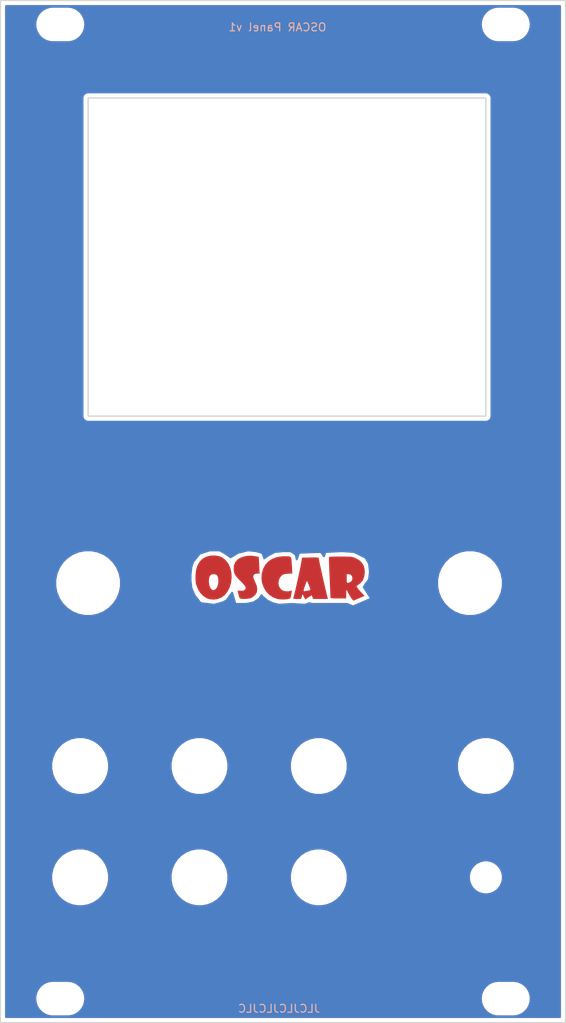
<source format=kicad_pcb>
(kicad_pcb (version 20171130) (host pcbnew "(5.1.4)-1")

  (general
    (thickness 1.6)
    (drawings 37)
    (tracks 0)
    (zones 0)
    (modules 15)
    (nets 1)
  )

  (page A4)
  (layers
    (0 F.Cu signal)
    (31 B.Cu signal)
    (34 B.Paste user)
    (35 F.Paste user)
    (36 B.SilkS user)
    (37 F.SilkS user)
    (38 B.Mask user)
    (39 F.Mask user)
    (40 Dwgs.User user)
    (41 Cmts.User user)
    (42 Eco1.User user hide)
    (43 Eco2.User user)
    (44 Edge.Cuts user)
    (45 Margin user)
    (46 B.CrtYd user)
    (47 F.CrtYd user)
    (48 B.Fab user)
    (49 F.Fab user hide)
  )

  (setup
    (last_trace_width 0.25)
    (user_trace_width 0.25)
    (user_trace_width 0.3)
    (user_trace_width 0.4)
    (trace_clearance 0.2)
    (zone_clearance 0.508)
    (zone_45_only no)
    (trace_min 0.2)
    (via_size 0.8)
    (via_drill 0.4)
    (via_min_size 0.4)
    (via_min_drill 0.3)
    (blind_buried_vias_allowed yes)
    (uvia_size 0.3)
    (uvia_drill 0.1)
    (uvias_allowed no)
    (uvia_min_size 0.2)
    (uvia_min_drill 0.1)
    (edge_width 0.05)
    (segment_width 0.2)
    (pcb_text_width 0.3)
    (pcb_text_size 1.5 1.5)
    (mod_edge_width 0.12)
    (mod_text_size 1 1)
    (mod_text_width 0.15)
    (pad_size 1.524 1.524)
    (pad_drill 0.762)
    (pad_to_mask_clearance 0.051)
    (solder_mask_min_width 0.25)
    (aux_axis_origin 0 0)
    (visible_elements 7FFFFF7F)
    (pcbplotparams
      (layerselection 0x010fc_ffffffff)
      (usegerberextensions false)
      (usegerberattributes false)
      (usegerberadvancedattributes false)
      (creategerberjobfile false)
      (excludeedgelayer true)
      (linewidth 0.100000)
      (plotframeref false)
      (viasonmask false)
      (mode 1)
      (useauxorigin false)
      (hpglpennumber 1)
      (hpglpenspeed 20)
      (hpglpendiameter 15.000000)
      (psnegative false)
      (psa4output false)
      (plotreference true)
      (plotvalue true)
      (plotinvisibletext false)
      (padsonsilk false)
      (subtractmaskfromsilk false)
      (outputformat 1)
      (mirror false)
      (drillshape 0)
      (scaleselection 1)
      (outputdirectory "Gerbers/"))
  )

  (net 0 "")

  (net_class Default "This is the default net class."
    (clearance 0.2)
    (trace_width 0.25)
    (via_dia 0.8)
    (via_drill 0.4)
    (uvia_dia 0.3)
    (uvia_drill 0.1)
  )

  (module oscar_logo:oscar_logo (layer F.Cu) (tedit 5D7A470A) (tstamp 5D723FDB)
    (at 150.3 113.7)
    (fp_text reference G*** (at 0 0) (layer F.SilkS) hide
      (effects (font (size 1.524 1.524) (thickness 0.3)))
    )
    (fp_text value LOGO (at 0.75 0) (layer F.SilkS) hide
      (effects (font (size 1.524 1.524) (thickness 0.3)))
    )
    (pad 5 connect custom (at 17.5 -2) (size 1.524 1.524) (layers F.Cu F.Mask)
      (options (clearance outline) (anchor circle))
      (primitives
        (gr_poly (pts
           (xy -0.07181 -1.038424) (xy 0.419279 -1.036987) (xy 0.790934 -1.031645) (xy 1.068859 -1.019978) (xy 1.278755 -0.999568)
           (xy 1.446324 -0.967995) (xy 1.597269 -0.922842) (xy 1.742377 -0.867698) (xy 2.233114 -0.611959) (xy 2.597237 -0.287085)
           (xy 2.838687 0.112642) (xy 2.961404 0.59294) (xy 2.979646 0.927427) (xy 2.915053 1.469076) (xy 2.729541 1.930834)
           (xy 2.421791 2.315047) (xy 2.040101 2.595958) (xy 1.953868 2.656791) (xy 1.948104 2.726737) (xy 2.023122 2.857436)
           (xy 2.041865 2.886244) (xy 2.16098 3.044322) (xy 2.343848 3.260207) (xy 2.552036 3.488628) (xy 2.563324 3.500515)
           (xy 2.947006 3.903601) (xy 2.280928 4.189943) (xy 1.994174 4.313239) (xy 1.758387 4.41466) (xy 1.604758 4.480788)
           (xy 1.563932 4.498403) (xy 1.498104 4.456524) (xy 1.384119 4.325229) (xy 1.29884 4.208117) (xy 1.139979 3.959698)
           (xy 0.967002 3.664649) (xy 0.875334 3.496571) (xy 0.666 3.097428) (xy 0.644804 3.659857) (xy 0.623609 4.222286)
           (xy -0.353053 4.222286) (xy -0.74727 4.220798) (xy -1.018874 4.21431) (xy -1.190378 4.199787) (xy -1.284299 4.174192)
           (xy -1.323151 4.134489) (xy -1.329714 4.090589) (xy -1.332946 3.988736) (xy -1.34212 3.759794) (xy -1.356461 3.421664)
           (xy -1.375188 2.992244) (xy -1.397525 2.489434) (xy -1.422693 1.931132) (xy -1.44209 1.505727) (xy -1.456493 1.174286)
           (xy 0.702286 1.174286) (xy 0.702286 1.718571) (xy 0.704816 1.995576) (xy 0.718822 2.157971) (xy 0.753931 2.236279)
           (xy 0.819766 2.261022) (xy 0.873927 2.262857) (xy 1.051513 2.218593) (xy 1.236784 2.112447) (xy 1.375817 1.959028)
           (xy 1.425811 1.757727) (xy 1.428 1.681133) (xy 1.370734 1.415187) (xy 1.205337 1.243411) (xy 0.941412 1.175091)
           (xy 0.903852 1.174286) (xy 0.702286 1.174286) (xy -1.456493 1.174286) (xy -1.4674 0.92333) (xy -1.488053 0.387659)
           (xy -1.503593 -0.08419) (xy -1.513566 -0.475118) (xy -1.517515 -0.768029) (xy -1.514985 -0.945824) (xy -1.508614 -0.993291)
           (xy -1.42498 -1.007524) (xy -1.219385 -1.019882) (xy -0.915007 -1.029638) (xy -0.535023 -1.036062) (xy -0.10261 -1.038428)
           (xy -0.07181 -1.038424)) (width 0.01))
      ))
    (pad 4 connect custom (at 13.6 -1.7) (size 1.524 1.524) (layers F.Cu F.Mask)
      (options (clearance outline) (anchor circle))
      (primitives
        (gr_poly (pts
           (xy 0.71317 -1.227106) (xy 0.939532 -1.221498) (xy 1.056393 -1.211334) (xy 1.066733 -1.206338) (xy 1.082595 -1.097843)
           (xy 1.127135 -0.868369) (xy 1.19578 -0.538218) (xy 1.283958 -0.127694) (xy 1.387098 0.342898) (xy 1.500628 0.853257)
           (xy 1.619976 1.383077) (xy 1.74057 1.912055) (xy 1.857839 2.419888) (xy 1.967211 2.886273) (xy 2.064114 3.290906)
           (xy 2.143976 3.613482) (xy 2.199135 3.822714) (xy 2.244804 3.986) (xy 0.352551 3.986) (xy 0.304733 3.768285)
           (xy 0.254449 3.616004) (xy 0.199463 3.550616) (xy 0.198253 3.550571) (xy 0.111695 3.588876) (xy -0.054354 3.68848)
           (xy -0.229926 3.804754) (xy -0.599443 4.058937) (xy -0.774272 3.714928) (xy -0.949102 3.37092) (xy -1.041243 3.67846)
           (xy -1.133385 3.986) (xy -1.637662 3.986) (xy -1.915258 3.978627) (xy -2.06683 3.95413) (xy -2.110859 3.908942)
           (xy -2.107732 3.895285) (xy -2.063566 3.748514) (xy -1.994834 3.48364) (xy -1.906973 3.124567) (xy -1.874563 2.987534)
           (xy -0.814832 2.987534) (xy -0.761592 3.027724) (xy -0.666681 3.014319) (xy -0.477098 2.978325) (xy -0.242686 2.937903)
           (xy -0.214685 2.933345) (xy -0.036429 2.895366) (xy 0.031578 2.836839) (xy 0.023465 2.722343) (xy 0.016616 2.693307)
           (xy -0.040112 2.519958) (xy -0.136218 2.27861) (xy -0.215476 2.099142) (xy -0.4 1.7) (xy -0.578809 2.169663)
           (xy -0.67714 2.44206) (xy -0.757253 2.689333) (xy -0.798713 2.844801) (xy -0.814832 2.987534) (xy -1.874563 2.987534)
           (xy -1.80542 2.695199) (xy -1.695612 2.219443) (xy -1.582983 1.721201) (xy -1.472971 1.224381) (xy -1.371012 0.752885)
           (xy -1.282543 0.330619) (xy -1.212998 -0.018512) (xy -1.191318 -0.134416) (xy -0.996823 -1.202858) (xy 0.034955 -1.222993)
           (xy 0.40306 -1.227743) (xy 0.71317 -1.227106)) (width 0.01))
      ))
    (pad 3 connect custom (at 9.8 -2.1) (size 1.524 1.524) (layers F.Cu F.Mask)
      (options (clearance outline) (anchor circle))
      (primitives
        (gr_poly (pts
           (xy 0.971051 -0.969694) (xy 1.201206 -0.945859) (xy 1.339841 -0.885978) (xy 1.413758 -0.773097) (xy 1.44976 -0.590264)
           (xy 1.464123 -0.442132) (xy 1.487713 -0.139377) (xy 1.512731 0.229786) (xy 1.533861 0.58678) (xy 1.534324 0.595441)
           (xy 1.56581 1.186596) (xy 1.032587 1.213522) (xy 0.694751 1.24419) (xy 0.460607 1.302003) (xy 0.29611 1.391953)
           (xy 0.038614 1.660391) (xy -0.118617 1.986006) (xy -0.176861 2.338123) (xy -0.137396 2.686068) (xy -0.001502 2.999166)
           (xy 0.229543 3.246742) (xy 0.377111 3.334845) (xy 0.72861 3.435381) (xy 1.103213 3.435414) (xy 1.321847 3.380653)
           (xy 1.424154 3.342856) (xy 1.480786 3.34322) (xy 1.497439 3.40748) (xy 1.479808 3.561368) (xy 1.433587 3.830617)
           (xy 1.428226 3.861347) (xy 1.380273 4.111074) (xy 1.329593 4.255648) (xy 1.251358 4.333366) (xy 1.120737 4.382524)
           (xy 1.083512 4.39303) (xy 0.792478 4.441126) (xy 0.423191 4.457335) (xy 0.038945 4.441861) (xy -0.296964 4.394909)
           (xy -0.325556 4.388467) (xy -0.851466 4.193361) (xy -1.31531 3.881769) (xy -1.704883 3.473518) (xy -2.00798 2.98843)
           (xy -2.212398 2.446331) (xy -2.305932 1.867045) (xy -2.276378 1.270397) (xy -2.269722 1.230434) (xy -2.099557 0.6116)
           (xy -1.82346 0.090947) (xy -1.444498 -0.329186) (xy -0.965737 -0.646464) (xy -0.390243 -0.858548) (xy 0.27892 -0.963103)
           (xy 0.622572 -0.974438) (xy 0.971051 -0.969694)) (width 0.01))
      ))
    (pad 2 connect custom (at 5.6 -1.9) (size 1.524 1.524) (layers F.Cu F.Mask)
      (options (clearance outline) (anchor circle))
      (primitives
        (gr_poly (pts
           (xy 0.614986 -1.237943) (xy 0.866497 -1.211954) (xy 1.127142 -1.176312) (xy 1.3539 -1.137292) (xy 1.503753 -1.10117)
           (xy 1.538333 -1.084202) (xy 1.546786 -1.009447) (xy 1.560317 -0.815989) (xy 1.5773 -0.530111) (xy 1.596109 -0.178098)
           (xy 1.603399 -0.032429) (xy 1.654204 1.001714) (xy 1.364 1.001714) (xy 1.084073 1.039089) (xy 0.916028 1.154425)
           (xy 0.858715 1.352534) (xy 0.910983 1.638232) (xy 1.071683 2.016333) (xy 1.105762 2.082639) (xy 1.299102 2.561007)
           (xy 1.359202 2.996306) (xy 1.288078 3.381424) (xy 1.087747 3.709247) (xy 0.760227 3.972665) (xy 0.538626 4.082536)
           (xy 0.315646 4.140073) (xy 0.008625 4.176167) (xy -0.322516 4.187832) (xy -0.617852 4.172083) (xy -0.757242 4.147096)
           (xy -0.846107 4.059081) (xy -0.929138 3.867653) (xy -0.955078 3.774515) (xy -1.014025 3.536454) (xy -1.066057 3.335788)
           (xy -1.081518 3.279665) (xy -1.096665 3.190999) (xy -1.05408 3.150867) (xy -0.92197 3.147832) (xy -0.75467 3.162091)
           (xy -0.500456 3.171618) (xy -0.335669 3.133363) (xy -0.240845 3.068179) (xy -0.127236 2.932366) (xy -0.094772 2.787491)
           (xy -0.151096 2.615717) (xy -0.303849 2.399205) (xy -0.560674 2.120118) (xy -0.711129 1.970442) (xy -1.041081 1.637117)
           (xy -1.276054 1.367023) (xy -1.433134 1.131151) (xy -1.529404 0.900492) (xy -1.581949 0.646036) (xy -1.600274 0.460708)
           (xy -1.569033 -0.006889) (xy -1.404793 -0.417696) (xy -1.11 -0.766089) (xy -1.041143 -0.823414) (xy -0.758772 -0.987409)
           (xy -0.384877 -1.123142) (xy 0.027492 -1.215152) (xy 0.415628 -1.248) (xy 0.614986 -1.237943)) (width 0.01))
      ))
    (pad 1 connect custom (at 1.2 -2) (size 1.524 1.524) (layers F.Cu F.Mask)
      (options (clearance outline) (anchor circle))
      (primitives
        (gr_poly (pts
           (xy 0.778525 -1.134352) (xy 1.194609 -1.007947) (xy 1.562788 -0.778863) (xy 1.856132 -0.503397) (xy 2.175103 -0.060794)
           (xy 2.394246 0.460235) (xy 2.514797 1.033936) (xy 2.537989 1.634555) (xy 2.465054 2.236337) (xy 2.297227 2.813531)
           (xy 2.035741 3.340381) (xy 1.681829 3.791134) (xy 1.648869 3.823808) (xy 1.244203 4.120405) (xy 0.773458 4.305806)
           (xy 0.270036 4.374505) (xy -0.23266 4.320993) (xy -0.596286 4.193966) (xy -1.039492 3.906334) (xy -1.418586 3.503691)
           (xy -1.717704 3.007915) (xy -1.920983 2.440882) (xy -1.946375 2.331989) (xy -1.98144 2.072355) (xy -1.987223 1.966189)
           (xy -0.328608 1.966189) (xy -0.313159 2.302849) (xy -0.247159 2.627569) (xy -0.13286 2.904275) (xy 0.027487 3.096891)
           (xy 0.068111 3.124046) (xy 0.176024 3.185373) (xy 0.24756 3.195107) (xy 0.359917 3.156651) (xy 0.40599 3.138932)
           (xy 0.59204 3.000761) (xy 0.734434 2.765986) (xy 0.830454 2.468145) (xy 0.877382 2.140773) (xy 0.872497 1.817408)
           (xy 0.813082 1.531587) (xy 0.696417 1.316847) (xy 0.561606 1.219366) (xy 0.31508 1.176408) (xy 0.056054 1.205096)
           (xy -0.049138 1.245325) (xy -0.198849 1.401352) (xy -0.291255 1.653665) (xy -0.328608 1.966189) (xy -1.987223 1.966189)
           (xy -2.000244 1.727191) (xy -2.000077 1.355476) (xy -1.99605 1.250216) (xy -1.910536 0.588118) (xy -1.725168 0.024326)
           (xy -1.444177 -0.436641) (xy -1.071796 -0.790263) (xy -0.612255 -1.032021) (xy -0.069787 -1.157394) (xy 0.274571 -1.17505)
           (xy 0.778525 -1.134352)) (width 0.01))
      ))
  )

  (module Custom_Footprints:Alpha_9mm_pot_hole (layer F.Cu) (tedit 5D714505) (tstamp 5D7146C7)
    (at 136 114)
    (descr "Mounting Hole 7mm")
    (tags "mounting hole 7mm")
    (fp_text reference Ref** (at 0 -6.8) (layer F.SilkS) hide
      (effects (font (size 1 1) (thickness 0.15)))
    )
    (fp_text value Alpha_9mm_pot_hole (at 0 7) (layer F.Fab) hide
      (effects (font (size 1 1) (thickness 0.15)))
    )
    (fp_circle (center 0 0) (end 6 0) (layer F.CrtYd) (width 0.05))
    (fp_circle (center 0 0) (end 3.5 0) (layer Cmts.User) (width 0.15))
    (pad "" np_thru_hole circle (at 0 0) (size 7 7) (drill 7) (layers *.Cu *.Mask))
  )

  (module Custom_Footprints:Oval_Mounting_Hole (layer F.Cu) (tedit 5C93BEBC) (tstamp 5D72409D)
    (at 188.5 166.25)
    (descr "Mounting Hole 6mm, no annular")
    (tags "mounting hole 6mm no annular")
    (fp_text reference Ref** (at 0 -3.5) (layer F.SilkS) hide
      (effects (font (size 1 1) (thickness 0.15)))
    )
    (fp_text value Oval_Mounting_Hole (at 0 5.08) (layer F.Fab)
      (effects (font (size 1 1) (thickness 0.15)))
    )
    (fp_line (start 5.08 -3) (end 7.5 -3) (layer Dwgs.User) (width 0.15))
    (fp_line (start 5.08 3) (end 7.5 3) (layer Dwgs.User) (width 0.15))
    (fp_line (start 7.5 1.27) (end 7.5 3) (layer Dwgs.User) (width 0.15))
    (fp_line (start 7.5 -3) (end 7.5 -1.27) (layer Dwgs.User) (width 0.15))
    (fp_line (start -7.5 3) (end -5.08 3) (layer Dwgs.User) (width 0.15))
    (fp_line (start -7.5 -3) (end -5.08 -3) (layer Dwgs.User) (width 0.15))
    (fp_line (start -7.5 1.27) (end -7.5 3) (layer Dwgs.User) (width 0.15))
    (fp_line (start -7.5 -3) (end -7.5 -1.27) (layer Dwgs.User) (width 0.15))
    (fp_circle (center 0 0) (end 1.54 0) (layer Cmts.User) (width 0.15))
    (pad "" np_thru_hole oval (at 0 0) (size 5 3.2) (drill oval 5 3.2) (layers *.Cu *.Mask))
  )

  (module Custom_Footprints:Oval_Mounting_Hole (layer F.Cu) (tedit 5C93BEBC) (tstamp 5D724068)
    (at 132.5 166.25)
    (descr "Mounting Hole 6mm, no annular")
    (tags "mounting hole 6mm no annular")
    (fp_text reference Ref** (at 0 -3.5) (layer F.SilkS) hide
      (effects (font (size 1 1) (thickness 0.15)))
    )
    (fp_text value Oval_Mounting_Hole (at 0 5.08) (layer F.Fab)
      (effects (font (size 1 1) (thickness 0.15)))
    )
    (fp_circle (center 0 0) (end 1.54 0) (layer Cmts.User) (width 0.15))
    (fp_line (start -7.5 -3) (end -7.5 -1.27) (layer Dwgs.User) (width 0.15))
    (fp_line (start -7.5 1.27) (end -7.5 3) (layer Dwgs.User) (width 0.15))
    (fp_line (start -7.5 -3) (end -5.08 -3) (layer Dwgs.User) (width 0.15))
    (fp_line (start -7.5 3) (end -5.08 3) (layer Dwgs.User) (width 0.15))
    (fp_line (start 7.5 -3) (end 7.5 -1.27) (layer Dwgs.User) (width 0.15))
    (fp_line (start 7.5 1.27) (end 7.5 3) (layer Dwgs.User) (width 0.15))
    (fp_line (start 5.08 3) (end 7.5 3) (layer Dwgs.User) (width 0.15))
    (fp_line (start 5.08 -3) (end 7.5 -3) (layer Dwgs.User) (width 0.15))
    (pad "" np_thru_hole oval (at 0 0) (size 5 3.2) (drill oval 5 3.2) (layers *.Cu *.Mask))
  )

  (module Custom_Footprints:Oval_Mounting_Hole (layer F.Cu) (tedit 5C93BEBC) (tstamp 5D724033)
    (at 188.5 43.75)
    (descr "Mounting Hole 6mm, no annular")
    (tags "mounting hole 6mm no annular")
    (fp_text reference Ref** (at 0 -3.5) (layer F.SilkS) hide
      (effects (font (size 1 1) (thickness 0.15)))
    )
    (fp_text value Oval_Mounting_Hole (at 0 5.08) (layer F.Fab)
      (effects (font (size 1 1) (thickness 0.15)))
    )
    (fp_circle (center 0 0) (end 1.54 0) (layer Cmts.User) (width 0.15))
    (fp_line (start -7.5 -3) (end -7.5 -1.27) (layer Dwgs.User) (width 0.15))
    (fp_line (start -7.5 1.27) (end -7.5 3) (layer Dwgs.User) (width 0.15))
    (fp_line (start -7.5 -3) (end -5.08 -3) (layer Dwgs.User) (width 0.15))
    (fp_line (start -7.5 3) (end -5.08 3) (layer Dwgs.User) (width 0.15))
    (fp_line (start 7.5 -3) (end 7.5 -1.27) (layer Dwgs.User) (width 0.15))
    (fp_line (start 7.5 1.27) (end 7.5 3) (layer Dwgs.User) (width 0.15))
    (fp_line (start 5.08 3) (end 7.5 3) (layer Dwgs.User) (width 0.15))
    (fp_line (start 5.08 -3) (end 7.5 -3) (layer Dwgs.User) (width 0.15))
    (pad "" np_thru_hole oval (at 0 0) (size 5 3.2) (drill oval 5 3.2) (layers *.Cu *.Mask))
  )

  (module Custom_Footprints:Oval_Mounting_Hole (layer F.Cu) (tedit 5C93BEBC) (tstamp 5D724024)
    (at 132.5 43.75)
    (descr "Mounting Hole 6mm, no annular")
    (tags "mounting hole 6mm no annular")
    (fp_text reference Ref** (at 0 -3.5) (layer F.SilkS) hide
      (effects (font (size 1 1) (thickness 0.15)))
    )
    (fp_text value Oval_Mounting_Hole (at 0 5.08) (layer F.Fab)
      (effects (font (size 1 1) (thickness 0.15)))
    )
    (fp_line (start 5.08 -3) (end 7.5 -3) (layer Dwgs.User) (width 0.15))
    (fp_line (start 5.08 3) (end 7.5 3) (layer Dwgs.User) (width 0.15))
    (fp_line (start 7.5 1.27) (end 7.5 3) (layer Dwgs.User) (width 0.15))
    (fp_line (start 7.5 -3) (end 7.5 -1.27) (layer Dwgs.User) (width 0.15))
    (fp_line (start -7.5 3) (end -5.08 3) (layer Dwgs.User) (width 0.15))
    (fp_line (start -7.5 -3) (end -5.08 -3) (layer Dwgs.User) (width 0.15))
    (fp_line (start -7.5 1.27) (end -7.5 3) (layer Dwgs.User) (width 0.15))
    (fp_line (start -7.5 -3) (end -7.5 -1.27) (layer Dwgs.User) (width 0.15))
    (fp_circle (center 0 0) (end 1.54 0) (layer Cmts.User) (width 0.15))
    (pad "" np_thru_hole oval (at 0 0) (size 5 3.2) (drill oval 5 3.2) (layers *.Cu *.Mask))
  )

  (module Custom_Footprints:Alpha_9mm_pot_hole (layer F.Cu) (tedit 5D714505) (tstamp 5D714682)
    (at 184 114)
    (descr "Mounting Hole 7mm")
    (tags "mounting hole 7mm")
    (fp_text reference Ref** (at 0 -6.8) (layer F.SilkS) hide
      (effects (font (size 1 1) (thickness 0.15)))
    )
    (fp_text value Alpha_9mm_pot_hole (at 0 7) (layer F.Fab) hide
      (effects (font (size 1 1) (thickness 0.15)))
    )
    (fp_circle (center 0 0) (end 3.5 0) (layer Cmts.User) (width 0.15))
    (fp_circle (center 0 0) (end 6 0) (layer F.CrtYd) (width 0.05))
    (pad "" np_thru_hole circle (at 0 0) (size 7 7) (drill 7) (layers *.Cu *.Mask))
  )

  (module Custom_Footprints:Sub_Miniature_Switch_MountingHole_3mm (layer F.Cu) (tedit 5D7142DE) (tstamp 5D7143EB)
    (at 186 151)
    (descr "Mounting Hole 6mm, no annular")
    (tags "mounting hole 6mm no annular")
    (fp_text reference Ref** (at 0 -5.4) (layer F.SilkS) hide
      (effects (font (size 1 1) (thickness 0.15)))
    )
    (fp_text value Subminiature_Switch (at 0 5.1) (layer F.Fab) hide
      (effects (font (size 1 1) (thickness 0.15)))
    )
    (fp_circle (center 0 0) (end 1.5 0) (layer Cmts.User) (width 0.15))
    (fp_circle (center 0 0) (end 1.6 0) (layer F.CrtYd) (width 0.05))
    (pad "" np_thru_hole circle (at 0 0) (size 3 3) (drill 3) (layers *.Cu *.Mask))
  )

  (module Custom_Footprints:Thonkiconn_Socket_MountingHole_6mm (layer F.Cu) (tedit 5C92C29C) (tstamp 5D713704)
    (at 165 151)
    (descr "Mounting Hole 6mm, no annular")
    (tags "mounting hole 6mm no annular")
    (fp_text reference Ref** (at 0 -5.8) (layer F.SilkS) hide
      (effects (font (size 1 1) (thickness 0.15)))
    )
    (fp_text value Thonkiconn_Socket_MountingHole_6mm (at 0 5.825) (layer F.Fab)
      (effects (font (size 1 1) (thickness 0.15)))
    )
    (fp_circle (center 0 0) (end 4.5 0) (layer F.CrtYd) (width 0.05))
    (pad "" np_thru_hole circle (at 0 0) (size 6 6) (drill 6) (layers *.Cu *.Mask))
  )

  (module Custom_Footprints:Thonkiconn_Socket_MountingHole_6mm (layer F.Cu) (tedit 5C92C29C) (tstamp 5D7136DD)
    (at 150 151)
    (descr "Mounting Hole 6mm, no annular")
    (tags "mounting hole 6mm no annular")
    (fp_text reference Ref** (at 0 -5.8) (layer F.SilkS) hide
      (effects (font (size 1 1) (thickness 0.15)))
    )
    (fp_text value Thonkiconn_Socket_MountingHole_6mm (at 0 5.825) (layer F.Fab)
      (effects (font (size 1 1) (thickness 0.15)))
    )
    (fp_circle (center 0 0) (end 4.5 0) (layer F.CrtYd) (width 0.05))
    (pad "" np_thru_hole circle (at 0 0) (size 6 6) (drill 6) (layers *.Cu *.Mask))
  )

  (module Custom_Footprints:Thonkiconn_Socket_MountingHole_6mm (layer F.Cu) (tedit 5C92C29C) (tstamp 5D7136AF)
    (at 135 151)
    (descr "Mounting Hole 6mm, no annular")
    (tags "mounting hole 6mm no annular")
    (fp_text reference Ref** (at 0 -5.8) (layer F.SilkS) hide
      (effects (font (size 1 1) (thickness 0.15)))
    )
    (fp_text value Thonkiconn_Socket_MountingHole_6mm (at 0 5.825) (layer F.Fab)
      (effects (font (size 1 1) (thickness 0.15)))
    )
    (fp_circle (center 0 0) (end 4.5 0) (layer F.CrtYd) (width 0.05))
    (pad "" np_thru_hole circle (at 0 0) (size 6 6) (drill 6) (layers *.Cu *.Mask))
  )

  (module Custom_Footprints:Thonkiconn_Socket_MountingHole_6mm (layer F.Cu) (tedit 5C92C29C) (tstamp 5D713638)
    (at 186 137)
    (descr "Mounting Hole 6mm, no annular")
    (tags "mounting hole 6mm no annular")
    (fp_text reference Ref** (at 0 -5.8) (layer F.SilkS) hide
      (effects (font (size 1 1) (thickness 0.15)))
    )
    (fp_text value Thonkiconn_Socket_MountingHole_6mm (at 0 5.825) (layer F.Fab)
      (effects (font (size 1 1) (thickness 0.15)))
    )
    (fp_circle (center 0 0) (end 4.5 0) (layer F.CrtYd) (width 0.05))
    (pad "" np_thru_hole circle (at 0 0) (size 6 6) (drill 6) (layers *.Cu *.Mask))
  )

  (module Custom_Footprints:Thonkiconn_Socket_MountingHole_6mm (layer F.Cu) (tedit 5C92C29C) (tstamp 5D713611)
    (at 165 137)
    (descr "Mounting Hole 6mm, no annular")
    (tags "mounting hole 6mm no annular")
    (fp_text reference Ref** (at 0 -5.8) (layer F.SilkS) hide
      (effects (font (size 1 1) (thickness 0.15)))
    )
    (fp_text value Thonkiconn_Socket_MountingHole_6mm (at 0 5.825) (layer F.Fab)
      (effects (font (size 1 1) (thickness 0.15)))
    )
    (fp_circle (center 0 0) (end 4.5 0) (layer F.CrtYd) (width 0.05))
    (pad "" np_thru_hole circle (at 0 0) (size 6 6) (drill 6) (layers *.Cu *.Mask))
  )

  (module Custom_Footprints:Thonkiconn_Socket_MountingHole_6mm (layer F.Cu) (tedit 5C92C29C) (tstamp 5D7135EA)
    (at 150 137)
    (descr "Mounting Hole 6mm, no annular")
    (tags "mounting hole 6mm no annular")
    (fp_text reference Ref** (at 0 -5.8) (layer F.SilkS) hide
      (effects (font (size 1 1) (thickness 0.15)))
    )
    (fp_text value Thonkiconn_Socket_MountingHole_6mm (at 0 5.825) (layer F.Fab)
      (effects (font (size 1 1) (thickness 0.15)))
    )
    (fp_circle (center 0 0) (end 4.5 0) (layer F.CrtYd) (width 0.05))
    (pad "" np_thru_hole circle (at 0 0) (size 6 6) (drill 6) (layers *.Cu *.Mask))
  )

  (module Custom_Footprints:Thonkiconn_Socket_MountingHole_6mm (layer F.Cu) (tedit 5C92C29C) (tstamp 5D712D64)
    (at 135 137)
    (descr "Mounting Hole 6mm, no annular")
    (tags "mounting hole 6mm no annular")
    (fp_text reference Ref** (at 0 -5.8) (layer F.SilkS) hide
      (effects (font (size 1 1) (thickness 0.15)))
    )
    (fp_text value Thonkiconn_Socket_MountingHole_6mm (at 0 5.825) (layer F.Fab)
      (effects (font (size 1 1) (thickness 0.15)))
    )
    (fp_circle (center 0 0) (end 4.5 0) (layer F.CrtYd) (width 0.05))
    (pad "" np_thru_hole circle (at 0 0) (size 6 6) (drill 6) (layers *.Cu *.Mask))
  )

  (gr_text "OSCAR Panel v1" (at 159.8 44.1) (layer B.SilkS) (tstamp 5D7A498F)
    (effects (font (size 1 1) (thickness 0.15)) (justify mirror))
  )
  (gr_text In (at 172.9 137.1) (layer F.Mask) (tstamp 5D724412)
    (effects (font (size 2 2) (thickness 0.3)) (justify left))
  )
  (gr_text "Out\n" (at 173 151.1) (layer F.Mask) (tstamp 5D724424)
    (effects (font (size 2 2) (thickness 0.3)) (justify left))
  )
  (gr_text JLCJLCJLCJLC (at 160 167.5) (layer B.SilkS)
    (effects (font (size 1 1) (thickness 0.15)) (justify mirror))
  )
  (gr_text C (at 165 129) (layer F.Mask) (tstamp 5D724402)
    (effects (font (size 2 2) (thickness 0.3)))
  )
  (gr_text B (at 150 129) (layer F.Mask) (tstamp 5D724400)
    (effects (font (size 2 2) (thickness 0.3)))
  )
  (gr_text A (at 135 129) (layer F.Mask) (tstamp 5D7243FC)
    (effects (font (size 2 2) (thickness 0.3)))
  )
  (gr_text Reset (at 185.9 157.4) (layer F.Mask) (tstamp 5D72431B)
    (effects (font (size 2 2) (thickness 0.3)))
  )
  (gr_text MIDI (at 186 129) (layer F.Mask) (tstamp 5D7242FD)
    (effects (font (size 2 2) (thickness 0.3)))
  )
  (gr_text Menu (at 183.8 101) (layer F.Mask) (tstamp 5D72428B)
    (effects (font (size 2.5 2.5) (thickness 0.3)))
  )
  (gr_text Mode (at 135.7 101) (layer F.Mask) (tstamp 5D724287)
    (effects (font (size 2.5 2.5) (thickness 0.3)))
  )
  (gr_line (start 136 125) (end 136 106.6) (layer Eco1.User) (width 0.12) (tstamp 5D7146BA))
  (gr_line (start 127.4 114) (end 193.5 114) (layer Eco1.User) (width 0.15))
  (gr_line (start 184 121.5) (end 184 103.1) (layer Eco1.User) (width 0.12))
  (gr_line (start 186 132.6) (end 186 154.4) (layer Eco1.User) (width 0.15))
  (gr_line (start 165 132.9) (end 165 155.5) (layer Eco1.User) (width 0.15))
  (gr_line (start 150 133.4) (end 150 155.4) (layer Eco1.User) (width 0.15))
  (gr_line (start 130.5 151) (end 194.3 151) (layer Eco1.User) (width 0.15))
  (gr_line (start 135 132.9) (end 135 154.9) (layer Eco1.User) (width 0.15))
  (gr_line (start 130.6 137) (end 188.9 137) (layer Eco1.User) (width 0.15))
  (gr_line (start 186 93) (end 136 93) (layer Edge.Cuts) (width 0.15) (tstamp 5D7121D2))
  (gr_line (start 186 53) (end 186 93) (layer Edge.Cuts) (width 0.15) (tstamp 5D7121D1))
  (gr_line (start 136 93) (end 136 53) (layer Edge.Cuts) (width 0.15) (tstamp 5D7121D0))
  (gr_line (start 136 53) (end 186 53) (layer Edge.Cuts) (width 0.15) (tstamp 5D7121CF))
  (gr_line (start 136 93) (end 136 53) (layer Eco1.User) (width 0.15) (tstamp 5D711E6C))
  (gr_line (start 186 93) (end 136 93) (layer Eco1.User) (width 0.15))
  (gr_line (start 186 53) (end 186 93) (layer Eco1.User) (width 0.15))
  (gr_line (start 136 53) (end 186 53) (layer Eco1.User) (width 0.15))
  (gr_line (start 196 40.75) (end 196 169.25) (layer Edge.Cuts) (width 0.12) (tstamp 5D711911))
  (gr_line (start 125 169.25) (end 196 169.25) (layer Edge.Cuts) (width 0.12) (tstamp 5D711ED8))
  (gr_line (start 125 40.75) (end 196 40.75) (layer Edge.Cuts) (width 0.12) (tstamp 5D71190F))
  (gr_line (start 125 40.75) (end 125 169.25) (layer Edge.Cuts) (width 0.12) (tstamp 5D71190E))
  (gr_text "Mountjoy Modular" (at 150.421429 47.1) (layer F.Mask)
    (effects (font (size 1.5 1.5) (thickness 0.3)) (justify left))
  )
  (gr_line (start 125 160) (end 196 160) (layer Eco1.User) (width 0.12) (tstamp 5D2F7B8D))
  (gr_line (start 196 50) (end 196 160) (layer Eco1.User) (width 0.12) (tstamp 5D2F7B8C))
  (gr_line (start 125 50) (end 196 50) (layer Eco1.User) (width 0.12) (tstamp 5D2F7B7C))
  (gr_line (start 125 50) (end 125 160) (layer Eco1.User) (width 0.12))

  (zone (net 0) (net_name "") (layer B.Cu) (tstamp 5D701F4C) (hatch edge 0.508)
    (connect_pads (clearance 0.508))
    (min_thickness 0.254)
    (fill yes (arc_segments 32) (thermal_gap 0.508) (thermal_bridge_width 0.508))
    (polygon
      (pts
        (xy 196 40.8) (xy 125 40.8) (xy 125 169.2) (xy 196 169.2)
      )
    )
    (filled_polygon
      (pts
        (xy 195.305001 168.555) (xy 125.695 168.555) (xy 125.695 166.25) (xy 129.354186 166.25) (xy 129.397339 166.688137)
        (xy 129.525138 167.109436) (xy 129.732674 167.497707) (xy 130.01197 167.83803) (xy 130.352293 168.117326) (xy 130.740564 168.324862)
        (xy 131.161863 168.452661) (xy 131.490204 168.485) (xy 133.509796 168.485) (xy 133.838137 168.452661) (xy 134.259436 168.324862)
        (xy 134.647707 168.117326) (xy 134.98803 167.83803) (xy 135.267326 167.497707) (xy 135.474862 167.109436) (xy 135.602661 166.688137)
        (xy 135.645814 166.25) (xy 185.354186 166.25) (xy 185.397339 166.688137) (xy 185.525138 167.109436) (xy 185.732674 167.497707)
        (xy 186.01197 167.83803) (xy 186.352293 168.117326) (xy 186.740564 168.324862) (xy 187.161863 168.452661) (xy 187.490204 168.485)
        (xy 189.509796 168.485) (xy 189.838137 168.452661) (xy 190.259436 168.324862) (xy 190.647707 168.117326) (xy 190.98803 167.83803)
        (xy 191.267326 167.497707) (xy 191.474862 167.109436) (xy 191.602661 166.688137) (xy 191.645814 166.25) (xy 191.602661 165.811863)
        (xy 191.474862 165.390564) (xy 191.267326 165.002293) (xy 190.98803 164.66197) (xy 190.647707 164.382674) (xy 190.259436 164.175138)
        (xy 189.838137 164.047339) (xy 189.509796 164.015) (xy 187.490204 164.015) (xy 187.161863 164.047339) (xy 186.740564 164.175138)
        (xy 186.352293 164.382674) (xy 186.01197 164.66197) (xy 185.732674 165.002293) (xy 185.525138 165.390564) (xy 185.397339 165.811863)
        (xy 185.354186 166.25) (xy 135.645814 166.25) (xy 135.602661 165.811863) (xy 135.474862 165.390564) (xy 135.267326 165.002293)
        (xy 134.98803 164.66197) (xy 134.647707 164.382674) (xy 134.259436 164.175138) (xy 133.838137 164.047339) (xy 133.509796 164.015)
        (xy 131.490204 164.015) (xy 131.161863 164.047339) (xy 130.740564 164.175138) (xy 130.352293 164.382674) (xy 130.01197 164.66197)
        (xy 129.732674 165.002293) (xy 129.525138 165.390564) (xy 129.397339 165.811863) (xy 129.354186 166.25) (xy 125.695 166.25)
        (xy 125.695 150.641984) (xy 131.365 150.641984) (xy 131.365 151.358016) (xy 131.504691 152.06029) (xy 131.778705 152.721818)
        (xy 132.176511 153.317177) (xy 132.682823 153.823489) (xy 133.278182 154.221295) (xy 133.93971 154.495309) (xy 134.641984 154.635)
        (xy 135.358016 154.635) (xy 136.06029 154.495309) (xy 136.721818 154.221295) (xy 137.317177 153.823489) (xy 137.823489 153.317177)
        (xy 138.221295 152.721818) (xy 138.495309 152.06029) (xy 138.635 151.358016) (xy 138.635 150.641984) (xy 146.365 150.641984)
        (xy 146.365 151.358016) (xy 146.504691 152.06029) (xy 146.778705 152.721818) (xy 147.176511 153.317177) (xy 147.682823 153.823489)
        (xy 148.278182 154.221295) (xy 148.93971 154.495309) (xy 149.641984 154.635) (xy 150.358016 154.635) (xy 151.06029 154.495309)
        (xy 151.721818 154.221295) (xy 152.317177 153.823489) (xy 152.823489 153.317177) (xy 153.221295 152.721818) (xy 153.495309 152.06029)
        (xy 153.635 151.358016) (xy 153.635 150.641984) (xy 161.365 150.641984) (xy 161.365 151.358016) (xy 161.504691 152.06029)
        (xy 161.778705 152.721818) (xy 162.176511 153.317177) (xy 162.682823 153.823489) (xy 163.278182 154.221295) (xy 163.93971 154.495309)
        (xy 164.641984 154.635) (xy 165.358016 154.635) (xy 166.06029 154.495309) (xy 166.721818 154.221295) (xy 167.317177 153.823489)
        (xy 167.823489 153.317177) (xy 168.221295 152.721818) (xy 168.495309 152.06029) (xy 168.635 151.358016) (xy 168.635 150.789721)
        (xy 183.865 150.789721) (xy 183.865 151.210279) (xy 183.947047 151.622756) (xy 184.107988 152.011302) (xy 184.341637 152.360983)
        (xy 184.639017 152.658363) (xy 184.988698 152.892012) (xy 185.377244 153.052953) (xy 185.789721 153.135) (xy 186.210279 153.135)
        (xy 186.622756 153.052953) (xy 187.011302 152.892012) (xy 187.360983 152.658363) (xy 187.658363 152.360983) (xy 187.892012 152.011302)
        (xy 188.052953 151.622756) (xy 188.135 151.210279) (xy 188.135 150.789721) (xy 188.052953 150.377244) (xy 187.892012 149.988698)
        (xy 187.658363 149.639017) (xy 187.360983 149.341637) (xy 187.011302 149.107988) (xy 186.622756 148.947047) (xy 186.210279 148.865)
        (xy 185.789721 148.865) (xy 185.377244 148.947047) (xy 184.988698 149.107988) (xy 184.639017 149.341637) (xy 184.341637 149.639017)
        (xy 184.107988 149.988698) (xy 183.947047 150.377244) (xy 183.865 150.789721) (xy 168.635 150.789721) (xy 168.635 150.641984)
        (xy 168.495309 149.93971) (xy 168.221295 149.278182) (xy 167.823489 148.682823) (xy 167.317177 148.176511) (xy 166.721818 147.778705)
        (xy 166.06029 147.504691) (xy 165.358016 147.365) (xy 164.641984 147.365) (xy 163.93971 147.504691) (xy 163.278182 147.778705)
        (xy 162.682823 148.176511) (xy 162.176511 148.682823) (xy 161.778705 149.278182) (xy 161.504691 149.93971) (xy 161.365 150.641984)
        (xy 153.635 150.641984) (xy 153.495309 149.93971) (xy 153.221295 149.278182) (xy 152.823489 148.682823) (xy 152.317177 148.176511)
        (xy 151.721818 147.778705) (xy 151.06029 147.504691) (xy 150.358016 147.365) (xy 149.641984 147.365) (xy 148.93971 147.504691)
        (xy 148.278182 147.778705) (xy 147.682823 148.176511) (xy 147.176511 148.682823) (xy 146.778705 149.278182) (xy 146.504691 149.93971)
        (xy 146.365 150.641984) (xy 138.635 150.641984) (xy 138.495309 149.93971) (xy 138.221295 149.278182) (xy 137.823489 148.682823)
        (xy 137.317177 148.176511) (xy 136.721818 147.778705) (xy 136.06029 147.504691) (xy 135.358016 147.365) (xy 134.641984 147.365)
        (xy 133.93971 147.504691) (xy 133.278182 147.778705) (xy 132.682823 148.176511) (xy 132.176511 148.682823) (xy 131.778705 149.278182)
        (xy 131.504691 149.93971) (xy 131.365 150.641984) (xy 125.695 150.641984) (xy 125.695 136.641984) (xy 131.365 136.641984)
        (xy 131.365 137.358016) (xy 131.504691 138.06029) (xy 131.778705 138.721818) (xy 132.176511 139.317177) (xy 132.682823 139.823489)
        (xy 133.278182 140.221295) (xy 133.93971 140.495309) (xy 134.641984 140.635) (xy 135.358016 140.635) (xy 136.06029 140.495309)
        (xy 136.721818 140.221295) (xy 137.317177 139.823489) (xy 137.823489 139.317177) (xy 138.221295 138.721818) (xy 138.495309 138.06029)
        (xy 138.635 137.358016) (xy 138.635 136.641984) (xy 146.365 136.641984) (xy 146.365 137.358016) (xy 146.504691 138.06029)
        (xy 146.778705 138.721818) (xy 147.176511 139.317177) (xy 147.682823 139.823489) (xy 148.278182 140.221295) (xy 148.93971 140.495309)
        (xy 149.641984 140.635) (xy 150.358016 140.635) (xy 151.06029 140.495309) (xy 151.721818 140.221295) (xy 152.317177 139.823489)
        (xy 152.823489 139.317177) (xy 153.221295 138.721818) (xy 153.495309 138.06029) (xy 153.635 137.358016) (xy 153.635 136.641984)
        (xy 161.365 136.641984) (xy 161.365 137.358016) (xy 161.504691 138.06029) (xy 161.778705 138.721818) (xy 162.176511 139.317177)
        (xy 162.682823 139.823489) (xy 163.278182 140.221295) (xy 163.93971 140.495309) (xy 164.641984 140.635) (xy 165.358016 140.635)
        (xy 166.06029 140.495309) (xy 166.721818 140.221295) (xy 167.317177 139.823489) (xy 167.823489 139.317177) (xy 168.221295 138.721818)
        (xy 168.495309 138.06029) (xy 168.635 137.358016) (xy 168.635 136.641984) (xy 182.365 136.641984) (xy 182.365 137.358016)
        (xy 182.504691 138.06029) (xy 182.778705 138.721818) (xy 183.176511 139.317177) (xy 183.682823 139.823489) (xy 184.278182 140.221295)
        (xy 184.93971 140.495309) (xy 185.641984 140.635) (xy 186.358016 140.635) (xy 187.06029 140.495309) (xy 187.721818 140.221295)
        (xy 188.317177 139.823489) (xy 188.823489 139.317177) (xy 189.221295 138.721818) (xy 189.495309 138.06029) (xy 189.635 137.358016)
        (xy 189.635 136.641984) (xy 189.495309 135.93971) (xy 189.221295 135.278182) (xy 188.823489 134.682823) (xy 188.317177 134.176511)
        (xy 187.721818 133.778705) (xy 187.06029 133.504691) (xy 186.358016 133.365) (xy 185.641984 133.365) (xy 184.93971 133.504691)
        (xy 184.278182 133.778705) (xy 183.682823 134.176511) (xy 183.176511 134.682823) (xy 182.778705 135.278182) (xy 182.504691 135.93971)
        (xy 182.365 136.641984) (xy 168.635 136.641984) (xy 168.495309 135.93971) (xy 168.221295 135.278182) (xy 167.823489 134.682823)
        (xy 167.317177 134.176511) (xy 166.721818 133.778705) (xy 166.06029 133.504691) (xy 165.358016 133.365) (xy 164.641984 133.365)
        (xy 163.93971 133.504691) (xy 163.278182 133.778705) (xy 162.682823 134.176511) (xy 162.176511 134.682823) (xy 161.778705 135.278182)
        (xy 161.504691 135.93971) (xy 161.365 136.641984) (xy 153.635 136.641984) (xy 153.495309 135.93971) (xy 153.221295 135.278182)
        (xy 152.823489 134.682823) (xy 152.317177 134.176511) (xy 151.721818 133.778705) (xy 151.06029 133.504691) (xy 150.358016 133.365)
        (xy 149.641984 133.365) (xy 148.93971 133.504691) (xy 148.278182 133.778705) (xy 147.682823 134.176511) (xy 147.176511 134.682823)
        (xy 146.778705 135.278182) (xy 146.504691 135.93971) (xy 146.365 136.641984) (xy 138.635 136.641984) (xy 138.495309 135.93971)
        (xy 138.221295 135.278182) (xy 137.823489 134.682823) (xy 137.317177 134.176511) (xy 136.721818 133.778705) (xy 136.06029 133.504691)
        (xy 135.358016 133.365) (xy 134.641984 133.365) (xy 133.93971 133.504691) (xy 133.278182 133.778705) (xy 132.682823 134.176511)
        (xy 132.176511 134.682823) (xy 131.778705 135.278182) (xy 131.504691 135.93971) (xy 131.365 136.641984) (xy 125.695 136.641984)
        (xy 125.695 113.592738) (xy 131.865 113.592738) (xy 131.865 114.407262) (xy 132.023906 115.206135) (xy 132.335611 115.958657)
        (xy 132.788136 116.635909) (xy 133.364091 117.211864) (xy 134.041343 117.664389) (xy 134.793865 117.976094) (xy 135.592738 118.135)
        (xy 136.407262 118.135) (xy 137.206135 117.976094) (xy 137.958657 117.664389) (xy 138.635909 117.211864) (xy 139.211864 116.635909)
        (xy 139.664389 115.958657) (xy 139.976094 115.206135) (xy 140.135 114.407262) (xy 140.135 113.592738) (xy 139.997206 112.9)
        (xy 148.873 112.9) (xy 148.873 113.7) (xy 148.873777 113.714025) (xy 148.973777 114.614025) (xy 148.976113 114.627947)
        (xy 148.983946 114.65158) (xy 149.383946 115.55158) (xy 149.399752 115.57797) (xy 150.099752 116.47797) (xy 150.11689 116.49603)
        (xy 150.137221 116.510398) (xy 150.159965 116.520525) (xy 150.184248 116.526019) (xy 151.784248 116.726019) (xy 151.80887 116.72669)
        (xy 151.833416 116.722525) (xy 152.933416 116.422525) (xy 152.956796 116.413592) (xy 153.356796 116.213592) (xy 153.386957 116.19256)
        (xy 153.403344 116.173817) (xy 153.902479 115.475028) (xy 154.099871 115.211838) (xy 154.477886 116.53489) (xy 154.482667 116.548601)
        (xy 154.494403 116.570557) (xy 154.510197 116.589803) (xy 154.529443 116.605597) (xy 154.551399 116.617333) (xy 154.575224 116.62456)
        (xy 154.6 116.627) (xy 155.8 116.627) (xy 155.824907 116.624534) (xy 156.824907 116.424534) (xy 156.848478 116.417383)
        (xy 156.870447 116.40567) (xy 157.470447 116.00567) (xy 157.489896 115.989709) (xy 157.50567 115.970447) (xy 157.8 115.528952)
        (xy 157.89433 115.670447) (xy 157.918697 115.697564) (xy 158.518697 116.197564) (xy 158.543204 116.213592) (xy 159.143204 116.513592)
        (xy 159.169198 116.523208) (xy 159.969198 116.723208) (xy 159.983042 116.725863) (xy 160.007922 116.726753) (xy 161.6 116.627248)
        (xy 163.192078 116.726753) (xy 163.215884 116.726003) (xy 163.240161 116.720483) (xy 163.805077 116.532178) (xy 164.169198 116.623208)
        (xy 164.2 116.627) (xy 168.573933 116.627) (xy 169.249972 116.916731) (xy 169.276744 116.924853) (xy 169.301548 116.926991)
        (xy 169.326293 116.924248) (xy 169.350028 116.916731) (xy 171.450028 116.016731) (xy 171.468676 116.00683) (xy 171.488198 115.991379)
        (xy 171.50433 115.972416) (xy 171.516454 115.950671) (xy 171.524101 115.926979) (xy 171.52698 115.902249) (xy 171.524979 115.877433)
        (xy 171.518175 115.853485) (xy 171.50683 115.831324) (xy 170.649493 114.497689) (xy 170.90451 114.072661) (xy 171.288448 113.592738)
        (xy 179.865 113.592738) (xy 179.865 114.407262) (xy 180.023906 115.206135) (xy 180.335611 115.958657) (xy 180.788136 116.635909)
        (xy 181.364091 117.211864) (xy 182.041343 117.664389) (xy 182.793865 117.976094) (xy 183.592738 118.135) (xy 184.407262 118.135)
        (xy 185.206135 117.976094) (xy 185.958657 117.664389) (xy 186.635909 117.211864) (xy 187.211864 116.635909) (xy 187.664389 115.958657)
        (xy 187.976094 115.206135) (xy 188.135 114.407262) (xy 188.135 113.592738) (xy 187.976094 112.793865) (xy 187.664389 112.041343)
        (xy 187.211864 111.364091) (xy 186.635909 110.788136) (xy 185.958657 110.335611) (xy 185.206135 110.023906) (xy 184.407262 109.865)
        (xy 183.592738 109.865) (xy 182.793865 110.023906) (xy 182.041343 110.335611) (xy 181.364091 110.788136) (xy 180.788136 111.364091)
        (xy 180.335611 112.041343) (xy 180.023906 112.793865) (xy 179.865 113.592738) (xy 171.288448 113.592738) (xy 171.29917 113.579336)
        (xy 171.311248 113.561261) (xy 171.321062 113.53838) (xy 171.326223 113.514025) (xy 171.426223 112.614025) (xy 171.42637 112.587363)
        (xy 171.32637 111.587363) (xy 171.320441 111.559713) (xy 171.310267 111.53699) (xy 170.910267 110.83699) (xy 170.895943 110.816789)
        (xy 170.877866 110.799671) (xy 170.856796 110.786408) (xy 169.456796 110.086408) (xy 169.433007 110.077364) (xy 169.408448 110.073281)
        (xy 167.908448 109.973281) (xy 167.893658 109.973158) (xy 165.893658 110.073158) (xy 165.861167 110.079083) (xy 165.838323 110.088982)
        (xy 165.81785 110.103148) (xy 165.800533 110.121035) (xy 165.787039 110.141958) (xy 165.777886 110.16511) (xy 165.650247 110.611847)
        (xy 165.303344 110.126183) (xy 165.286285 110.106812) (xy 165.266447 110.09177) (xy 165.244055 110.080886) (xy 165.219971 110.07458)
        (xy 165.195119 110.073094) (xy 162.595119 110.173094) (xy 162.566456 110.17751) (xy 162.543204 110.186408) (xy 162.522134 110.199671)
        (xy 162.504057 110.216789) (xy 162.489667 110.237106) (xy 162.479517 110.259839) (xy 162.230746 111.006152) (xy 162.124534 110.475093)
        (xy 162.117282 110.451276) (xy 162.105523 110.429332) (xy 162.089709 110.410104) (xy 162.070447 110.39433) (xy 161.470447 109.99433)
        (xy 161.448601 109.982667) (xy 161.424776 109.97544) (xy 161.4 109.973) (xy 160.6 109.973) (xy 160.588502 109.973522)
        (xy 159.488502 110.073522) (xy 159.461167 110.079083) (xy 159.438323 110.088982) (xy 158.538323 110.588982) (xy 158.520664 110.60083)
        (xy 158.157421 110.891425) (xy 157.918914 110.255407) (xy 157.911018 110.238323) (xy 157.896852 110.21785) (xy 157.878965 110.200533)
        (xy 157.858042 110.187039) (xy 157.83489 110.177886) (xy 157.13489 109.977886) (xy 157.112637 109.97363) (xy 156.112637 109.87363)
        (xy 156.093827 109.87315) (xy 156.069198 109.876792) (xy 154.869198 110.176792) (xy 154.85716 110.180444) (xy 154.834659 110.191098)
        (xy 153.906059 110.748258) (xy 153.273817 110.296656) (xy 153.26301 110.289733) (xy 152.56301 109.889733) (xy 152.548601 109.882667)
        (xy 152.524776 109.87544) (xy 152.5 109.873) (xy 151.3 109.873) (xy 151.284116 109.873997) (xy 151.259839 109.879517)
        (xy 150.059839 110.279517) (xy 150.038739 110.288752) (xy 150.018213 110.302841) (xy 150.00083 110.320664) (xy 149.20083 111.320664)
        (xy 149.189667 111.337106) (xy 149.179517 111.359839) (xy 148.979517 111.959839) (xy 148.973777 111.985975) (xy 148.873777 112.885975)
        (xy 148.873 112.9) (xy 139.997206 112.9) (xy 139.976094 112.793865) (xy 139.664389 112.041343) (xy 139.211864 111.364091)
        (xy 138.635909 110.788136) (xy 137.958657 110.335611) (xy 137.206135 110.023906) (xy 136.407262 109.865) (xy 135.592738 109.865)
        (xy 134.793865 110.023906) (xy 134.041343 110.335611) (xy 133.364091 110.788136) (xy 132.788136 111.364091) (xy 132.335611 112.041343)
        (xy 132.023906 112.793865) (xy 131.865 113.592738) (xy 125.695 113.592738) (xy 125.695 53) (xy 135.286565 53)
        (xy 135.290001 53.034887) (xy 135.29 92.965123) (xy 135.286565 93) (xy 135.300273 93.139184) (xy 135.340872 93.27302)
        (xy 135.4068 93.396363) (xy 135.495525 93.504475) (xy 135.603637 93.5932) (xy 135.72698 93.659128) (xy 135.860816 93.699727)
        (xy 136 93.713435) (xy 136.034877 93.71) (xy 185.965123 93.71) (xy 186 93.713435) (xy 186.034877 93.71)
        (xy 186.139184 93.699727) (xy 186.27302 93.659128) (xy 186.396363 93.5932) (xy 186.504475 93.504475) (xy 186.5932 93.396363)
        (xy 186.659128 93.27302) (xy 186.699727 93.139184) (xy 186.713435 93) (xy 186.71 92.965123) (xy 186.71 53.034877)
        (xy 186.713435 53) (xy 186.699727 52.860816) (xy 186.659128 52.72698) (xy 186.5932 52.603637) (xy 186.504475 52.495525)
        (xy 186.396363 52.4068) (xy 186.27302 52.340872) (xy 186.139184 52.300273) (xy 186.034877 52.29) (xy 186 52.286565)
        (xy 185.965123 52.29) (xy 136.034877 52.29) (xy 136 52.286565) (xy 135.965123 52.29) (xy 135.860816 52.300273)
        (xy 135.72698 52.340872) (xy 135.603637 52.4068) (xy 135.495525 52.495525) (xy 135.4068 52.603637) (xy 135.340872 52.72698)
        (xy 135.300273 52.860816) (xy 135.286565 53) (xy 125.695 53) (xy 125.695 43.75) (xy 129.354186 43.75)
        (xy 129.397339 44.188137) (xy 129.525138 44.609436) (xy 129.732674 44.997707) (xy 130.01197 45.33803) (xy 130.352293 45.617326)
        (xy 130.740564 45.824862) (xy 131.161863 45.952661) (xy 131.490204 45.985) (xy 133.509796 45.985) (xy 133.838137 45.952661)
        (xy 134.259436 45.824862) (xy 134.647707 45.617326) (xy 134.98803 45.33803) (xy 135.267326 44.997707) (xy 135.474862 44.609436)
        (xy 135.602661 44.188137) (xy 135.645814 43.75) (xy 185.354186 43.75) (xy 185.397339 44.188137) (xy 185.525138 44.609436)
        (xy 185.732674 44.997707) (xy 186.01197 45.33803) (xy 186.352293 45.617326) (xy 186.740564 45.824862) (xy 187.161863 45.952661)
        (xy 187.490204 45.985) (xy 189.509796 45.985) (xy 189.838137 45.952661) (xy 190.259436 45.824862) (xy 190.647707 45.617326)
        (xy 190.98803 45.33803) (xy 191.267326 44.997707) (xy 191.474862 44.609436) (xy 191.602661 44.188137) (xy 191.645814 43.75)
        (xy 191.602661 43.311863) (xy 191.474862 42.890564) (xy 191.267326 42.502293) (xy 190.98803 42.16197) (xy 190.647707 41.882674)
        (xy 190.259436 41.675138) (xy 189.838137 41.547339) (xy 189.509796 41.515) (xy 187.490204 41.515) (xy 187.161863 41.547339)
        (xy 186.740564 41.675138) (xy 186.352293 41.882674) (xy 186.01197 42.16197) (xy 185.732674 42.502293) (xy 185.525138 42.890564)
        (xy 185.397339 43.311863) (xy 185.354186 43.75) (xy 135.645814 43.75) (xy 135.602661 43.311863) (xy 135.474862 42.890564)
        (xy 135.267326 42.502293) (xy 134.98803 42.16197) (xy 134.647707 41.882674) (xy 134.259436 41.675138) (xy 133.838137 41.547339)
        (xy 133.509796 41.515) (xy 131.490204 41.515) (xy 131.161863 41.547339) (xy 130.740564 41.675138) (xy 130.352293 41.882674)
        (xy 130.01197 42.16197) (xy 129.732674 42.502293) (xy 129.525138 42.890564) (xy 129.397339 43.311863) (xy 129.354186 43.75)
        (xy 125.695 43.75) (xy 125.695 41.445) (xy 195.305 41.445)
      )
    )
  )
  (zone (net 0) (net_name "") (layer F.Cu) (tstamp 5D701F3D) (hatch edge 0.508)
    (connect_pads (clearance 0.508))
    (min_thickness 0.254)
    (fill yes (arc_segments 32) (thermal_gap 0.508) (thermal_bridge_width 0.508))
    (polygon
      (pts
        (xy 125 40.8) (xy 196 40.8) (xy 196 169.2) (xy 125 169.2)
      )
    )
    (filled_polygon
      (pts
        (xy 195.305001 168.555) (xy 125.695 168.555) (xy 125.695 166.25) (xy 129.354186 166.25) (xy 129.397339 166.688137)
        (xy 129.525138 167.109436) (xy 129.732674 167.497707) (xy 130.01197 167.83803) (xy 130.352293 168.117326) (xy 130.740564 168.324862)
        (xy 131.161863 168.452661) (xy 131.490204 168.485) (xy 133.509796 168.485) (xy 133.838137 168.452661) (xy 134.259436 168.324862)
        (xy 134.647707 168.117326) (xy 134.98803 167.83803) (xy 135.267326 167.497707) (xy 135.474862 167.109436) (xy 135.602661 166.688137)
        (xy 135.645814 166.25) (xy 185.354186 166.25) (xy 185.397339 166.688137) (xy 185.525138 167.109436) (xy 185.732674 167.497707)
        (xy 186.01197 167.83803) (xy 186.352293 168.117326) (xy 186.740564 168.324862) (xy 187.161863 168.452661) (xy 187.490204 168.485)
        (xy 189.509796 168.485) (xy 189.838137 168.452661) (xy 190.259436 168.324862) (xy 190.647707 168.117326) (xy 190.98803 167.83803)
        (xy 191.267326 167.497707) (xy 191.474862 167.109436) (xy 191.602661 166.688137) (xy 191.645814 166.25) (xy 191.602661 165.811863)
        (xy 191.474862 165.390564) (xy 191.267326 165.002293) (xy 190.98803 164.66197) (xy 190.647707 164.382674) (xy 190.259436 164.175138)
        (xy 189.838137 164.047339) (xy 189.509796 164.015) (xy 187.490204 164.015) (xy 187.161863 164.047339) (xy 186.740564 164.175138)
        (xy 186.352293 164.382674) (xy 186.01197 164.66197) (xy 185.732674 165.002293) (xy 185.525138 165.390564) (xy 185.397339 165.811863)
        (xy 185.354186 166.25) (xy 135.645814 166.25) (xy 135.602661 165.811863) (xy 135.474862 165.390564) (xy 135.267326 165.002293)
        (xy 134.98803 164.66197) (xy 134.647707 164.382674) (xy 134.259436 164.175138) (xy 133.838137 164.047339) (xy 133.509796 164.015)
        (xy 131.490204 164.015) (xy 131.161863 164.047339) (xy 130.740564 164.175138) (xy 130.352293 164.382674) (xy 130.01197 164.66197)
        (xy 129.732674 165.002293) (xy 129.525138 165.390564) (xy 129.397339 165.811863) (xy 129.354186 166.25) (xy 125.695 166.25)
        (xy 125.695 150.641984) (xy 131.365 150.641984) (xy 131.365 151.358016) (xy 131.504691 152.06029) (xy 131.778705 152.721818)
        (xy 132.176511 153.317177) (xy 132.682823 153.823489) (xy 133.278182 154.221295) (xy 133.93971 154.495309) (xy 134.641984 154.635)
        (xy 135.358016 154.635) (xy 136.06029 154.495309) (xy 136.721818 154.221295) (xy 137.317177 153.823489) (xy 137.823489 153.317177)
        (xy 138.221295 152.721818) (xy 138.495309 152.06029) (xy 138.635 151.358016) (xy 138.635 150.641984) (xy 146.365 150.641984)
        (xy 146.365 151.358016) (xy 146.504691 152.06029) (xy 146.778705 152.721818) (xy 147.176511 153.317177) (xy 147.682823 153.823489)
        (xy 148.278182 154.221295) (xy 148.93971 154.495309) (xy 149.641984 154.635) (xy 150.358016 154.635) (xy 151.06029 154.495309)
        (xy 151.721818 154.221295) (xy 152.317177 153.823489) (xy 152.823489 153.317177) (xy 153.221295 152.721818) (xy 153.495309 152.06029)
        (xy 153.635 151.358016) (xy 153.635 150.641984) (xy 161.365 150.641984) (xy 161.365 151.358016) (xy 161.504691 152.06029)
        (xy 161.778705 152.721818) (xy 162.176511 153.317177) (xy 162.682823 153.823489) (xy 163.278182 154.221295) (xy 163.93971 154.495309)
        (xy 164.641984 154.635) (xy 165.358016 154.635) (xy 166.06029 154.495309) (xy 166.721818 154.221295) (xy 167.317177 153.823489)
        (xy 167.823489 153.317177) (xy 168.221295 152.721818) (xy 168.495309 152.06029) (xy 168.635 151.358016) (xy 168.635 150.789721)
        (xy 183.865 150.789721) (xy 183.865 151.210279) (xy 183.947047 151.622756) (xy 184.107988 152.011302) (xy 184.341637 152.360983)
        (xy 184.639017 152.658363) (xy 184.988698 152.892012) (xy 185.377244 153.052953) (xy 185.789721 153.135) (xy 186.210279 153.135)
        (xy 186.622756 153.052953) (xy 187.011302 152.892012) (xy 187.360983 152.658363) (xy 187.658363 152.360983) (xy 187.892012 152.011302)
        (xy 188.052953 151.622756) (xy 188.135 151.210279) (xy 188.135 150.789721) (xy 188.052953 150.377244) (xy 187.892012 149.988698)
        (xy 187.658363 149.639017) (xy 187.360983 149.341637) (xy 187.011302 149.107988) (xy 186.622756 148.947047) (xy 186.210279 148.865)
        (xy 185.789721 148.865) (xy 185.377244 148.947047) (xy 184.988698 149.107988) (xy 184.639017 149.341637) (xy 184.341637 149.639017)
        (xy 184.107988 149.988698) (xy 183.947047 150.377244) (xy 183.865 150.789721) (xy 168.635 150.789721) (xy 168.635 150.641984)
        (xy 168.495309 149.93971) (xy 168.221295 149.278182) (xy 167.823489 148.682823) (xy 167.317177 148.176511) (xy 166.721818 147.778705)
        (xy 166.06029 147.504691) (xy 165.358016 147.365) (xy 164.641984 147.365) (xy 163.93971 147.504691) (xy 163.278182 147.778705)
        (xy 162.682823 148.176511) (xy 162.176511 148.682823) (xy 161.778705 149.278182) (xy 161.504691 149.93971) (xy 161.365 150.641984)
        (xy 153.635 150.641984) (xy 153.495309 149.93971) (xy 153.221295 149.278182) (xy 152.823489 148.682823) (xy 152.317177 148.176511)
        (xy 151.721818 147.778705) (xy 151.06029 147.504691) (xy 150.358016 147.365) (xy 149.641984 147.365) (xy 148.93971 147.504691)
        (xy 148.278182 147.778705) (xy 147.682823 148.176511) (xy 147.176511 148.682823) (xy 146.778705 149.278182) (xy 146.504691 149.93971)
        (xy 146.365 150.641984) (xy 138.635 150.641984) (xy 138.495309 149.93971) (xy 138.221295 149.278182) (xy 137.823489 148.682823)
        (xy 137.317177 148.176511) (xy 136.721818 147.778705) (xy 136.06029 147.504691) (xy 135.358016 147.365) (xy 134.641984 147.365)
        (xy 133.93971 147.504691) (xy 133.278182 147.778705) (xy 132.682823 148.176511) (xy 132.176511 148.682823) (xy 131.778705 149.278182)
        (xy 131.504691 149.93971) (xy 131.365 150.641984) (xy 125.695 150.641984) (xy 125.695 136.641984) (xy 131.365 136.641984)
        (xy 131.365 137.358016) (xy 131.504691 138.06029) (xy 131.778705 138.721818) (xy 132.176511 139.317177) (xy 132.682823 139.823489)
        (xy 133.278182 140.221295) (xy 133.93971 140.495309) (xy 134.641984 140.635) (xy 135.358016 140.635) (xy 136.06029 140.495309)
        (xy 136.721818 140.221295) (xy 137.317177 139.823489) (xy 137.823489 139.317177) (xy 138.221295 138.721818) (xy 138.495309 138.06029)
        (xy 138.635 137.358016) (xy 138.635 136.641984) (xy 146.365 136.641984) (xy 146.365 137.358016) (xy 146.504691 138.06029)
        (xy 146.778705 138.721818) (xy 147.176511 139.317177) (xy 147.682823 139.823489) (xy 148.278182 140.221295) (xy 148.93971 140.495309)
        (xy 149.641984 140.635) (xy 150.358016 140.635) (xy 151.06029 140.495309) (xy 151.721818 140.221295) (xy 152.317177 139.823489)
        (xy 152.823489 139.317177) (xy 153.221295 138.721818) (xy 153.495309 138.06029) (xy 153.635 137.358016) (xy 153.635 136.641984)
        (xy 161.365 136.641984) (xy 161.365 137.358016) (xy 161.504691 138.06029) (xy 161.778705 138.721818) (xy 162.176511 139.317177)
        (xy 162.682823 139.823489) (xy 163.278182 140.221295) (xy 163.93971 140.495309) (xy 164.641984 140.635) (xy 165.358016 140.635)
        (xy 166.06029 140.495309) (xy 166.721818 140.221295) (xy 167.317177 139.823489) (xy 167.823489 139.317177) (xy 168.221295 138.721818)
        (xy 168.495309 138.06029) (xy 168.635 137.358016) (xy 168.635 136.641984) (xy 182.365 136.641984) (xy 182.365 137.358016)
        (xy 182.504691 138.06029) (xy 182.778705 138.721818) (xy 183.176511 139.317177) (xy 183.682823 139.823489) (xy 184.278182 140.221295)
        (xy 184.93971 140.495309) (xy 185.641984 140.635) (xy 186.358016 140.635) (xy 187.06029 140.495309) (xy 187.721818 140.221295)
        (xy 188.317177 139.823489) (xy 188.823489 139.317177) (xy 189.221295 138.721818) (xy 189.495309 138.06029) (xy 189.635 137.358016)
        (xy 189.635 136.641984) (xy 189.495309 135.93971) (xy 189.221295 135.278182) (xy 188.823489 134.682823) (xy 188.317177 134.176511)
        (xy 187.721818 133.778705) (xy 187.06029 133.504691) (xy 186.358016 133.365) (xy 185.641984 133.365) (xy 184.93971 133.504691)
        (xy 184.278182 133.778705) (xy 183.682823 134.176511) (xy 183.176511 134.682823) (xy 182.778705 135.278182) (xy 182.504691 135.93971)
        (xy 182.365 136.641984) (xy 168.635 136.641984) (xy 168.495309 135.93971) (xy 168.221295 135.278182) (xy 167.823489 134.682823)
        (xy 167.317177 134.176511) (xy 166.721818 133.778705) (xy 166.06029 133.504691) (xy 165.358016 133.365) (xy 164.641984 133.365)
        (xy 163.93971 133.504691) (xy 163.278182 133.778705) (xy 162.682823 134.176511) (xy 162.176511 134.682823) (xy 161.778705 135.278182)
        (xy 161.504691 135.93971) (xy 161.365 136.641984) (xy 153.635 136.641984) (xy 153.495309 135.93971) (xy 153.221295 135.278182)
        (xy 152.823489 134.682823) (xy 152.317177 134.176511) (xy 151.721818 133.778705) (xy 151.06029 133.504691) (xy 150.358016 133.365)
        (xy 149.641984 133.365) (xy 148.93971 133.504691) (xy 148.278182 133.778705) (xy 147.682823 134.176511) (xy 147.176511 134.682823)
        (xy 146.778705 135.278182) (xy 146.504691 135.93971) (xy 146.365 136.641984) (xy 138.635 136.641984) (xy 138.495309 135.93971)
        (xy 138.221295 135.278182) (xy 137.823489 134.682823) (xy 137.317177 134.176511) (xy 136.721818 133.778705) (xy 136.06029 133.504691)
        (xy 135.358016 133.365) (xy 134.641984 133.365) (xy 133.93971 133.504691) (xy 133.278182 133.778705) (xy 132.682823 134.176511)
        (xy 132.176511 134.682823) (xy 131.778705 135.278182) (xy 131.504691 135.93971) (xy 131.365 136.641984) (xy 125.695 136.641984)
        (xy 125.695 113.592738) (xy 131.865 113.592738) (xy 131.865 114.407262) (xy 132.023906 115.206135) (xy 132.335611 115.958657)
        (xy 132.788136 116.635909) (xy 133.364091 117.211864) (xy 134.041343 117.664389) (xy 134.793865 117.976094) (xy 135.592738 118.135)
        (xy 136.407262 118.135) (xy 137.206135 117.976094) (xy 137.958657 117.664389) (xy 138.635909 117.211864) (xy 139.211864 116.635909)
        (xy 139.664389 115.958657) (xy 139.976094 115.206135) (xy 140.135 114.407262) (xy 140.135 113.592738) (xy 140.102014 113.426902)
        (xy 148.856684 113.426902) (xy 148.856892 113.443485) (xy 148.856899 113.443759) (xy 148.857636 113.462177) (xy 148.870653 113.701087)
        (xy 148.870657 113.701166) (xy 148.87644 113.807332) (xy 148.878398 113.833424) (xy 148.878436 113.833821) (xy 148.881274 113.858424)
        (xy 148.916339 114.118058) (xy 148.921194 114.148458) (xy 148.92128 114.148924) (xy 148.923031 114.157312) (xy 148.973777 114.614025)
        (xy 148.976113 114.627947) (xy 148.983946 114.65158) (xy 149.383946 115.55158) (xy 149.399752 115.57797) (xy 150.099752 116.47797)
        (xy 150.11689 116.49603) (xy 150.137221 116.510398) (xy 150.159965 116.520525) (xy 150.184248 116.526019) (xy 151.097509 116.640177)
        (xy 151.125626 116.648222) (xy 151.126746 116.648474) (xy 151.19927 116.660452) (xy 151.606562 116.703808) (xy 151.784248 116.726019)
        (xy 151.80887 116.72669) (xy 151.833416 116.722525) (xy 151.889466 116.707239) (xy 152.360408 116.642972) (xy 152.435415 116.628113)
        (xy 152.436571 116.627811) (xy 152.509111 116.604144) (xy 152.979856 116.418743) (xy 153.053839 116.383978) (xy 153.054963 116.383359)
        (xy 153.124361 116.339078) (xy 153.16415 116.309915) (xy 153.356796 116.213592) (xy 153.386957 116.19256) (xy 153.403344 116.173817)
        (xy 153.462136 116.091508) (xy 153.529027 116.042481) (xy 153.566368 116.012908) (xy 153.566932 116.012426) (xy 153.601604 115.980506)
        (xy 153.634564 115.947832) (xy 153.661512 115.919426) (xy 153.661925 115.918963) (xy 153.687625 115.888264) (xy 154.041537 115.437511)
        (xy 154.079246 115.384054) (xy 154.079792 115.383189) (xy 154.111768 115.326274) (xy 154.124968 115.299678) (xy 154.477886 116.53489)
        (xy 154.482667 116.548601) (xy 154.494403 116.570557) (xy 154.510197 116.589803) (xy 154.529443 116.605597) (xy 154.551399 116.617333)
        (xy 154.575224 116.62456) (xy 154.6 116.627) (xy 155.487133 116.627) (xy 155.543241 116.629992) (xy 155.571444 116.630871)
        (xy 155.571886 116.630875) (xy 155.600123 116.630505) (xy 155.699621 116.627) (xy 155.8 116.627) (xy 155.824907 116.624534)
        (xy 155.836726 116.62217) (xy 155.931264 116.61884) (xy 155.957143 116.617402) (xy 155.957551 116.617371) (xy 155.983709 116.614841)
        (xy 156.29073 116.578747) (xy 156.334104 116.572129) (xy 156.334769 116.572004) (xy 156.376319 116.562749) (xy 156.599299 116.505212)
        (xy 156.662028 116.485528) (xy 156.663 116.485167) (xy 156.724282 116.458681) (xy 156.771685 116.435178) (xy 156.824907 116.424534)
        (xy 156.848478 116.417383) (xy 156.870447 116.40567) (xy 157.470447 116.00567) (xy 157.489896 115.989709) (xy 157.50567 115.970447)
        (xy 157.8 115.528952) (xy 157.89433 115.670447) (xy 157.918697 115.697564) (xy 158.518697 116.197564) (xy 158.543204 116.213592)
        (xy 159.143204 116.513592) (xy 159.169198 116.523208) (xy 159.969198 116.723208) (xy 159.983042 116.725863) (xy 160.007922 116.726753)
        (xy 160.461117 116.698428) (xy 160.497315 116.699886) (xy 160.524509 116.700401) (xy 160.524929 116.7004) (xy 160.55139 116.699788)
        (xy 160.920677 116.683579) (xy 160.958717 116.680768) (xy 160.959313 116.680706) (xy 160.997329 116.675592) (xy 161.101232 116.658421)
        (xy 161.6 116.627248) (xy 163.192078 116.726753) (xy 163.215884 116.726003) (xy 163.240161 116.720483) (xy 163.304874 116.698912)
        (xy 163.372158 116.697987) (xy 163.373133 116.697877) (xy 163.494957 116.671896) (xy 163.495891 116.671599) (xy 163.611081 116.622041)
        (xy 163.611939 116.621567) (xy 163.665013 116.588761) (xy 163.692922 116.569563) (xy 163.805077 116.532178) (xy 164.04117 116.591201)
        (xy 164.065141 116.601132) (xy 164.066079 116.601417) (xy 164.144492 116.617031) (xy 164.169198 116.623208) (xy 164.185729 116.625243)
        (xy 164.189053 116.625905) (xy 164.190028 116.626001) (xy 164.193118 116.626153) (xy 164.2 116.627) (xy 164.210367 116.627)
        (xy 164.252551 116.629072) (xy 166.144804 116.629072) (xy 166.175119 116.627) (xy 168.573933 116.627) (xy 169.249972 116.916731)
        (xy 169.276744 116.924853) (xy 169.301548 116.926991) (xy 169.326293 116.924248) (xy 169.350028 116.916731) (xy 171.450028 116.016731)
        (xy 171.468676 116.00683) (xy 171.488198 115.991379) (xy 171.50433 115.972416) (xy 171.516454 115.950671) (xy 171.524101 115.926979)
        (xy 171.52698 115.902249) (xy 171.524979 115.877433) (xy 171.518175 115.853485) (xy 171.50683 115.831324) (xy 171.386215 115.643701)
        (xy 171.38835 115.556828) (xy 171.388278 115.555851) (xy 171.366977 115.432877) (xy 171.366716 115.431932) (xy 171.321858 115.315407)
        (xy 171.321418 115.314531) (xy 171.254087 115.208151) (xy 171.253484 115.207379) (xy 171.2128 115.16023) (xy 170.829118 114.757144)
        (xy 170.82289 114.750586) (xy 170.78617 114.710297) (xy 170.649493 114.497689) (xy 170.654216 114.489818) (xy 170.666773 114.479244)
        (xy 170.667711 114.478343) (xy 170.723703 114.417073) (xy 171.031453 114.03286) (xy 171.084248 113.956063) (xy 171.084986 113.954801)
        (xy 171.126258 113.870566) (xy 171.186858 113.719725) (xy 171.288448 113.592738) (xy 179.865 113.592738) (xy 179.865 114.407262)
        (xy 180.023906 115.206135) (xy 180.335611 115.958657) (xy 180.788136 116.635909) (xy 181.364091 117.211864) (xy 182.041343 117.664389)
        (xy 182.793865 117.976094) (xy 183.592738 118.135) (xy 184.407262 118.135) (xy 185.206135 117.976094) (xy 185.958657 117.664389)
        (xy 186.635909 117.211864) (xy 187.211864 116.635909) (xy 187.664389 115.958657) (xy 187.976094 115.206135) (xy 188.135 114.407262)
        (xy 188.135 113.592738) (xy 187.976094 112.793865) (xy 187.664389 112.041343) (xy 187.211864 111.364091) (xy 186.635909 110.788136)
        (xy 185.958657 110.335611) (xy 185.206135 110.023906) (xy 184.407262 109.865) (xy 183.592738 109.865) (xy 182.793865 110.023906)
        (xy 182.041343 110.335611) (xy 181.364091 110.788136) (xy 180.788136 111.364091) (xy 180.335611 112.041343) (xy 180.023906 112.793865)
        (xy 179.865 113.592738) (xy 171.288448 113.592738) (xy 171.29917 113.579336) (xy 171.311248 113.561261) (xy 171.321062 113.53838)
        (xy 171.326223 113.514025) (xy 171.390056 112.93953) (xy 171.418194 112.703575) (xy 171.422297 112.649357) (xy 171.426223 112.614025)
        (xy 171.42637 112.587363) (xy 171.415633 112.479997) (xy 171.403522 112.257921) (xy 171.397012 112.195399) (xy 171.396863 112.194433)
        (xy 171.38446 112.133748) (xy 171.378789 112.111552) (xy 171.32637 111.587363) (xy 171.320441 111.559713) (xy 171.310267 111.53699)
        (xy 170.910267 110.83699) (xy 170.895943 110.816789) (xy 170.877866 110.799671) (xy 170.856796 110.786408) (xy 170.382915 110.549467)
        (xy 170.330306 110.517761) (xy 169.839569 110.262022) (xy 169.805851 110.245691) (xy 169.805316 110.245451) (xy 169.770818 110.231173)
        (xy 169.668751 110.192385) (xy 169.456796 110.086408) (xy 169.433007 110.077364) (xy 169.408448 110.073281) (xy 168.979821 110.044706)
        (xy 168.931097 110.039968) (xy 168.913483 110.038502) (xy 168.913209 110.038483) (xy 168.895831 110.037515) (xy 168.831364 110.034809)
        (xy 167.908448 109.973281) (xy 167.893658 109.973158) (xy 166.697257 110.032978) (xy 166.560014 110.037377) (xy 166.553134 110.037634)
        (xy 166.552994 110.03764) (xy 166.542031 110.038205) (xy 166.336436 110.050563) (xy 166.324271 110.051627) (xy 165.893658 110.073158)
        (xy 165.861167 110.079083) (xy 165.838323 110.088982) (xy 165.81785 110.103148) (xy 165.800533 110.121035) (xy 165.787039 110.141958)
        (xy 165.777886 110.16511) (xy 165.650247 110.611847) (xy 165.303344 110.126183) (xy 165.286285 110.106812) (xy 165.266447 110.09177)
        (xy 165.244055 110.080886) (xy 165.219971 110.07458) (xy 165.195119 110.073094) (xy 163.288389 110.14643) (xy 162.890629 110.154192)
        (xy 162.82891 110.158396) (xy 162.827953 110.158508) (xy 162.796346 110.165354) (xy 162.595119 110.173094) (xy 162.566456 110.17751)
        (xy 162.543204 110.186408) (xy 162.522134 110.199671) (xy 162.504057 110.216789) (xy 162.489667 110.237106) (xy 162.479517 110.259839)
        (xy 162.451674 110.343368) (xy 162.399875 110.396895) (xy 162.399266 110.397662) (xy 162.331424 110.502846) (xy 162.330976 110.503718)
        (xy 162.284932 110.62027) (xy 162.284663 110.621213) (xy 162.270502 110.681973) (xy 162.220665 110.955747) (xy 162.124534 110.475093)
        (xy 162.117282 110.451276) (xy 162.105523 110.429332) (xy 162.089709 110.410104) (xy 162.070447 110.39433) (xy 161.932226 110.302182)
        (xy 161.855616 110.223469) (xy 161.854868 110.222836) (xy 161.752003 110.151825) (xy 161.751146 110.15135) (xy 161.694835 110.123667)
        (xy 161.608546 110.086396) (xy 161.470447 109.99433) (xy 161.448601 109.982667) (xy 161.424776 109.97544) (xy 161.4 109.973)
        (xy 160.6 109.973) (xy 160.588502 109.973522) (xy 160.363368 109.993989) (xy 160.35772 109.994175) (xy 160.3191 109.996623)
        (xy 160.318493 109.99668) (xy 160.279646 110.001534) (xy 160.278639 110.001691) (xy 159.488502 110.073522) (xy 159.461167 110.079083)
        (xy 159.438323 110.088982) (xy 159.079292 110.288444) (xy 158.911894 110.350134) (xy 158.843879 110.379797) (xy 158.842846 110.380321)
        (xy 158.779022 110.41749) (xy 158.300261 110.734768) (xy 158.236359 110.783156) (xy 158.235408 110.783975) (xy 158.177986 110.840093)
        (xy 158.149863 110.871271) (xy 158.082887 110.692668) (xy 158.077332 110.643542) (xy 158.065858 110.575382) (xy 158.065621 110.574327)
        (xy 158.02381 110.449851) (xy 158.023404 110.448959) (xy 157.960599 110.340632) (xy 157.960027 110.339837) (xy 157.943562 110.321134)
        (xy 157.918914 110.255407) (xy 157.911018 110.238323) (xy 157.896852 110.21785) (xy 157.878965 110.200533) (xy 157.858042 110.187039)
        (xy 157.83489 110.177886) (xy 157.747921 110.153038) (xy 157.721615 110.138482) (xy 157.687035 110.121514) (xy 157.622516 110.094143)
        (xy 157.621485 110.093771) (xy 157.554449 110.073664) (xy 157.404596 110.037542) (xy 157.384285 110.032995) (xy 157.383961 110.032928)
        (xy 157.362956 110.02895) (xy 157.238896 110.007602) (xy 157.13489 109.977886) (xy 157.112637 109.97363) (xy 156.112637 109.87363)
        (xy 156.093827 109.87315) (xy 156.069198 109.876792) (xy 155.416058 110.040077) (xy 155.375081 110.04922) (xy 155.335336 110.05944)
        (xy 155.334719 110.05962) (xy 155.324436 110.062982) (xy 154.869198 110.176792) (xy 154.85716 110.180444) (xy 154.834659 110.191098)
        (xy 153.906059 110.748258) (xy 153.538599 110.485786) (xy 153.502999 110.452356) (xy 153.454624 110.41126) (xy 153.453842 110.41066)
        (xy 153.402518 110.375129) (xy 153.034339 110.146045) (xy 152.960881 110.106745) (xy 152.959693 110.106206) (xy 152.907244 110.086438)
        (xy 152.56301 109.889733) (xy 152.548601 109.882667) (xy 152.524776 109.87544) (xy 152.5 109.873) (xy 151.3 109.873)
        (xy 151.284116 109.873997) (xy 151.259839 109.879517) (xy 150.844626 110.017921) (xy 150.742938 110.041423) (xy 150.664214 110.06505)
        (xy 150.663012 110.065497) (xy 150.588339 110.098859) (xy 150.565038 110.111117) (xy 150.059839 110.279517) (xy 150.038739 110.288752)
        (xy 150.018213 110.302841) (xy 150.00083 110.320664) (xy 149.64099 110.770464) (xy 149.613 110.797044) (xy 149.555742 110.859125)
        (xy 149.554916 110.860149) (xy 149.506725 110.928646) (xy 149.482015 110.969182) (xy 149.20083 111.320664) (xy 149.189667 111.337106)
        (xy 149.179517 111.359839) (xy 148.979517 111.959839) (xy 148.973777 111.985975) (xy 148.935005 112.334923) (xy 148.866175 112.867844)
        (xy 148.863074 112.897173) (xy 148.863037 112.897622) (xy 148.861348 112.925632) (xy 148.857321 113.030892) (xy 148.856998 113.041784)
        (xy 148.856994 113.041973) (xy 148.856851 113.055187) (xy 148.856684 113.426902) (xy 140.102014 113.426902) (xy 139.976094 112.793865)
        (xy 139.664389 112.041343) (xy 139.211864 111.364091) (xy 138.635909 110.788136) (xy 137.958657 110.335611) (xy 137.206135 110.023906)
        (xy 136.407262 109.865) (xy 135.592738 109.865) (xy 134.793865 110.023906) (xy 134.041343 110.335611) (xy 133.364091 110.788136)
        (xy 132.788136 111.364091) (xy 132.335611 112.041343) (xy 132.023906 112.793865) (xy 131.865 113.592738) (xy 125.695 113.592738)
        (xy 125.695 53) (xy 135.286565 53) (xy 135.290001 53.034887) (xy 135.29 92.965123) (xy 135.286565 93)
        (xy 135.300273 93.139184) (xy 135.340872 93.27302) (xy 135.4068 93.396363) (xy 135.495525 93.504475) (xy 135.603637 93.5932)
        (xy 135.72698 93.659128) (xy 135.860816 93.699727) (xy 136 93.713435) (xy 136.034877 93.71) (xy 185.965123 93.71)
        (xy 186 93.713435) (xy 186.034877 93.71) (xy 186.139184 93.699727) (xy 186.27302 93.659128) (xy 186.396363 93.5932)
        (xy 186.504475 93.504475) (xy 186.5932 93.396363) (xy 186.659128 93.27302) (xy 186.699727 93.139184) (xy 186.713435 93)
        (xy 186.71 92.965123) (xy 186.71 53.034877) (xy 186.713435 53) (xy 186.699727 52.860816) (xy 186.659128 52.72698)
        (xy 186.5932 52.603637) (xy 186.504475 52.495525) (xy 186.396363 52.4068) (xy 186.27302 52.340872) (xy 186.139184 52.300273)
        (xy 186.034877 52.29) (xy 186 52.286565) (xy 185.965123 52.29) (xy 136.034877 52.29) (xy 136 52.286565)
        (xy 135.965123 52.29) (xy 135.860816 52.300273) (xy 135.72698 52.340872) (xy 135.603637 52.4068) (xy 135.495525 52.495525)
        (xy 135.4068 52.603637) (xy 135.340872 52.72698) (xy 135.300273 52.860816) (xy 135.286565 53) (xy 125.695 53)
        (xy 125.695 43.75) (xy 129.354186 43.75) (xy 129.397339 44.188137) (xy 129.525138 44.609436) (xy 129.732674 44.997707)
        (xy 130.01197 45.33803) (xy 130.352293 45.617326) (xy 130.740564 45.824862) (xy 131.161863 45.952661) (xy 131.490204 45.985)
        (xy 133.509796 45.985) (xy 133.838137 45.952661) (xy 134.259436 45.824862) (xy 134.647707 45.617326) (xy 134.98803 45.33803)
        (xy 135.267326 44.997707) (xy 135.474862 44.609436) (xy 135.602661 44.188137) (xy 135.645814 43.75) (xy 185.354186 43.75)
        (xy 185.397339 44.188137) (xy 185.525138 44.609436) (xy 185.732674 44.997707) (xy 186.01197 45.33803) (xy 186.352293 45.617326)
        (xy 186.740564 45.824862) (xy 187.161863 45.952661) (xy 187.490204 45.985) (xy 189.509796 45.985) (xy 189.838137 45.952661)
        (xy 190.259436 45.824862) (xy 190.647707 45.617326) (xy 190.98803 45.33803) (xy 191.267326 44.997707) (xy 191.474862 44.609436)
        (xy 191.602661 44.188137) (xy 191.645814 43.75) (xy 191.602661 43.311863) (xy 191.474862 42.890564) (xy 191.267326 42.502293)
        (xy 190.98803 42.16197) (xy 190.647707 41.882674) (xy 190.259436 41.675138) (xy 189.838137 41.547339) (xy 189.509796 41.515)
        (xy 187.490204 41.515) (xy 187.161863 41.547339) (xy 186.740564 41.675138) (xy 186.352293 41.882674) (xy 186.01197 42.16197)
        (xy 185.732674 42.502293) (xy 185.525138 42.890564) (xy 185.397339 43.311863) (xy 185.354186 43.75) (xy 135.645814 43.75)
        (xy 135.602661 43.311863) (xy 135.474862 42.890564) (xy 135.267326 42.502293) (xy 134.98803 42.16197) (xy 134.647707 41.882674)
        (xy 134.259436 41.675138) (xy 133.838137 41.547339) (xy 133.509796 41.515) (xy 131.490204 41.515) (xy 131.161863 41.547339)
        (xy 130.740564 41.675138) (xy 130.352293 41.882674) (xy 130.01197 42.16197) (xy 129.732674 42.502293) (xy 129.525138 42.890564)
        (xy 129.397339 43.311863) (xy 129.354186 43.75) (xy 125.695 43.75) (xy 125.695 41.445) (xy 195.305 41.445)
      )
    )
  )
  (zone (net 0) (net_name "") (layers F&B.Cu) (tstamp 0) (hatch edge 0.508)
    (connect_pads (clearance 0.508))
    (min_thickness 0.254)
    (keepout (tracks not_allowed) (vias not_allowed) (copperpour not_allowed))
    (fill (arc_segments 32) (thermal_gap 0.508) (thermal_bridge_width 0.508))
    (polygon
      (pts
        (xy 149.3 111.4) (xy 150.1 110.4) (xy 151.3 110) (xy 152.5 110) (xy 153.2 110.4)
        (xy 153.9 110.9) (xy 154.9 110.3) (xy 156.1 110) (xy 157.1 110.1) (xy 157.8 110.3)
        (xy 158.1 111.1) (xy 158.6 110.7) (xy 159.5 110.2) (xy 160.6 110.1) (xy 161.4 110.1)
        (xy 162 110.5) (xy 162.2 111.5) (xy 162.6 110.3) (xy 165.2 110.2) (xy 165.7 110.9)
        (xy 165.9 110.2) (xy 167.9 110.1) (xy 169.4 110.2) (xy 170.8 110.9) (xy 171.2 111.6)
        (xy 171.3 112.6) (xy 171.2 113.5) (xy 170.8 114) (xy 170.5 114.5) (xy 171.4 115.9)
        (xy 169.3 116.8) (xy 168.6 116.5) (xy 164.2 116.5) (xy 163.8 116.4) (xy 163.2 116.6)
        (xy 161.6 116.5) (xy 160 116.6) (xy 159.2 116.4) (xy 158.6 116.1) (xy 158 115.6)
        (xy 157.8 115.3) (xy 157.4 115.9) (xy 156.8 116.3) (xy 155.8 116.5) (xy 154.6 116.5)
        (xy 154.2 115.1) (xy 154.1 115) (xy 153.8 115.4) (xy 153.3 116.1) (xy 152.9 116.3)
        (xy 151.8 116.6) (xy 150.2 116.4) (xy 149.5 115.5) (xy 149.1 114.6) (xy 149 113.7)
        (xy 149 112.9) (xy 149.1 112)
      )
    )
  )
)

</source>
